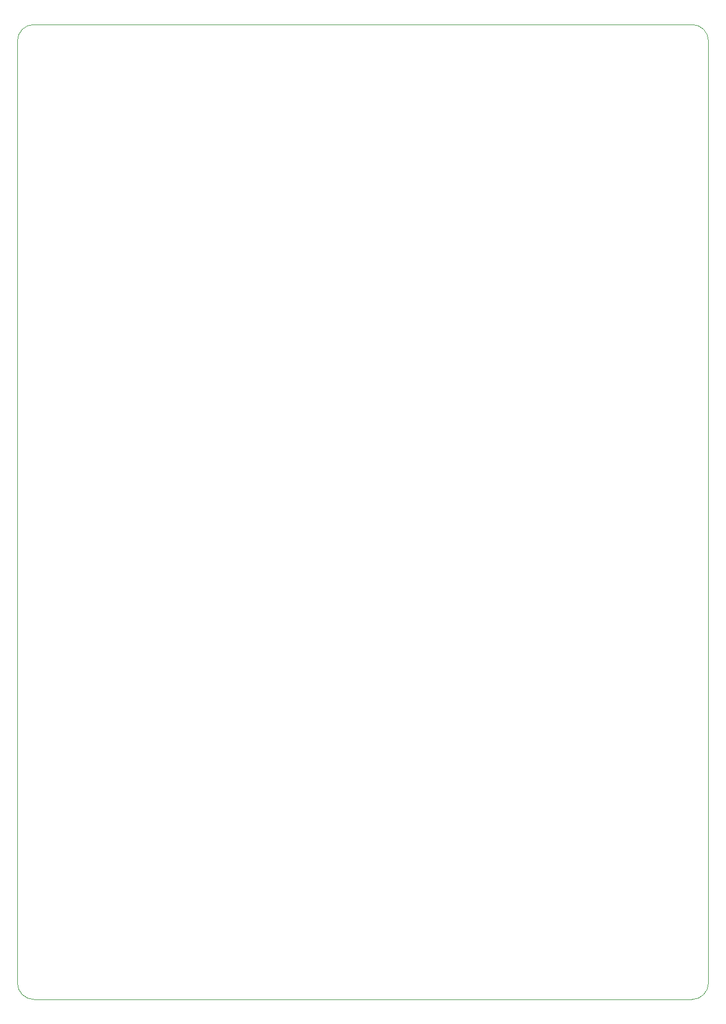
<source format=gbr>
%TF.GenerationSoftware,KiCad,Pcbnew,8.0.6*%
%TF.CreationDate,2024-10-30T01:37:25+00:00*%
%TF.ProjectId,Chirstmas-Card,43686972-7374-46d6-9173-2d436172642e,rev?*%
%TF.SameCoordinates,Original*%
%TF.FileFunction,Profile,NP*%
%FSLAX46Y46*%
G04 Gerber Fmt 4.6, Leading zero omitted, Abs format (unit mm)*
G04 Created by KiCad (PCBNEW 8.0.6) date 2024-10-30 01:37:25*
%MOMM*%
%LPD*%
G01*
G04 APERTURE LIST*
%TA.AperFunction,Profile*%
%ADD10C,0.050000*%
%TD*%
G04 APERTURE END LIST*
D10*
X142500000Y-30000000D02*
G75*
G02*
X145000000Y-32500000I0J-2500000D01*
G01*
X145000000Y-175500000D02*
G75*
G02*
X142500000Y-178000000I-2500000J0D01*
G01*
X40000000Y-32500000D02*
G75*
G02*
X42500000Y-30000000I2500000J0D01*
G01*
X42500000Y-178000000D02*
G75*
G02*
X40000000Y-175500000I0J2500000D01*
G01*
X42500000Y-30000000D02*
X142500000Y-30000000D01*
X142500000Y-178000000D02*
X42500000Y-178000000D01*
X145000000Y-32500000D02*
X145000000Y-175500000D01*
X40000000Y-175500000D02*
X40000000Y-32500000D01*
M02*

</source>
